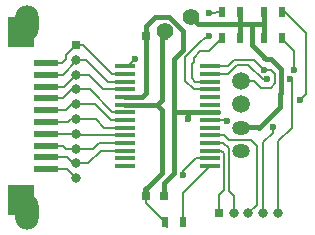
<source format=gbr>
G04 #@! TF.FileFunction,Copper,L1,Top,Signal*
%FSLAX46Y46*%
G04 Gerber Fmt 4.6, Leading zero omitted, Abs format (unit mm)*
G04 Created by KiCad (PCBNEW 4.0.2+dfsg1-stable) date 2018年07月27日 15時19分14秒*
%MOMM*%
G01*
G04 APERTURE LIST*
%ADD10C,0.100000*%
%ADD11O,1.500000X1.200000*%
%ADD12C,1.500000*%
%ADD13R,0.800000X0.750000*%
%ADD14R,0.800000X0.800000*%
%ADD15O,0.800000X0.800000*%
%ADD16R,0.500000X0.900000*%
%ADD17R,1.750000X0.450000*%
%ADD18R,2.200000X2.600000*%
%ADD19R,2.000000X0.600000*%
%ADD20O,2.000000X3.000000*%
%ADD21C,0.600000*%
%ADD22C,1.399540*%
%ADD23C,0.203200*%
%ADD24C,0.127000*%
%ADD25C,0.381000*%
%ADD26C,0.508000*%
G04 APERTURE END LIST*
D10*
D11*
X116085600Y-84244800D03*
X116085600Y-82244800D03*
D12*
X116085600Y-80244800D03*
X116085600Y-78244800D03*
D13*
X109535600Y-74444800D03*
X108035600Y-74444800D03*
X108035600Y-88044800D03*
X109535600Y-88044800D03*
D14*
X102085600Y-75244800D03*
D15*
X102085600Y-76494800D03*
X102085600Y-77744800D03*
X102085600Y-78994800D03*
X102085600Y-80244800D03*
X102085600Y-81494800D03*
X102085600Y-82744800D03*
X102085600Y-83994800D03*
X102085600Y-85244800D03*
X102085600Y-86494800D03*
D14*
X114185600Y-89444800D03*
D15*
X115435600Y-89444800D03*
X116685600Y-89444800D03*
X117935600Y-89444800D03*
X119185600Y-89444800D03*
D16*
X115935600Y-72444800D03*
X114435600Y-72444800D03*
X115935600Y-74644800D03*
X114435600Y-74644800D03*
X118035600Y-72444800D03*
X119535600Y-72444800D03*
X118035600Y-74644800D03*
X119535600Y-74644800D03*
X109635600Y-90244800D03*
X111135600Y-90244800D03*
D17*
X113435600Y-85469800D03*
X113435600Y-84819800D03*
X113435600Y-84169800D03*
X113435600Y-83519800D03*
X113435600Y-82869800D03*
X113435600Y-82219800D03*
X113435600Y-81569800D03*
X113435600Y-80919800D03*
X113435600Y-80269800D03*
X113435600Y-79619800D03*
X113435600Y-78969800D03*
X113435600Y-78319800D03*
X113435600Y-77669800D03*
X113435600Y-77019800D03*
X106235600Y-77019800D03*
X106235600Y-77669800D03*
X106235600Y-78319800D03*
X106235600Y-78969800D03*
X106235600Y-79619800D03*
X106235600Y-80269800D03*
X106235600Y-80919800D03*
X106235600Y-81569800D03*
X106235600Y-82219800D03*
X106235600Y-82869800D03*
X106235600Y-83519800D03*
X106235600Y-84169800D03*
X106235600Y-84819800D03*
X106235600Y-85469800D03*
D18*
X97385600Y-88344800D03*
D19*
X99585600Y-76744800D03*
X99585600Y-77744800D03*
X99585600Y-78744800D03*
X99585600Y-79744800D03*
X99585600Y-80744800D03*
X99585600Y-81744800D03*
X99585600Y-82744800D03*
X99585600Y-83744800D03*
X99585600Y-84744800D03*
X99585600Y-85744800D03*
D18*
X97385600Y-74144800D03*
D20*
X97975600Y-73339800D03*
X97975600Y-89339800D03*
D21*
X120535600Y-77344800D03*
X118035600Y-77344800D03*
X118735600Y-82194800D03*
X114835600Y-81644800D03*
X118235600Y-78144800D03*
X120235600Y-78144800D03*
D22*
X111785600Y-72844800D03*
X109585600Y-74044800D03*
D21*
X111585600Y-81494800D03*
X111185600Y-86244800D03*
X121085600Y-79894800D03*
X107085600Y-76444800D03*
X113335600Y-72494800D03*
X113335600Y-74494800D03*
D23*
X115435600Y-89444800D02*
X115435600Y-88004000D01*
X114558200Y-83519800D02*
X113435600Y-83519800D01*
X115026400Y-83988000D02*
X114558200Y-83519800D01*
X115026400Y-87594800D02*
X115026400Y-83988000D01*
X115435600Y-88004000D02*
X115026400Y-87594800D01*
X113435600Y-82869800D02*
X114610600Y-82869800D01*
X114610600Y-82869800D02*
X115035600Y-83294800D01*
X115035600Y-83294800D02*
X116885600Y-83294800D01*
X116885600Y-83294800D02*
X117385600Y-83794800D01*
X117385600Y-83794800D02*
X117385600Y-88744800D01*
X117385600Y-88744800D02*
X116685600Y-89444800D01*
D24*
X114512600Y-82869800D02*
X113435600Y-82869800D01*
D23*
X99585600Y-77744800D02*
X100949600Y-77744800D01*
X100949600Y-77744800D02*
X102085600Y-76608800D01*
D24*
X102085600Y-76608800D02*
X102085600Y-76494800D01*
D23*
X102935600Y-76494800D02*
X102085600Y-76494800D01*
X106235600Y-78319800D02*
X104760600Y-78319800D01*
X104760600Y-78319800D02*
X102935600Y-76494800D01*
D24*
X102085600Y-78994800D02*
X101731600Y-78994800D01*
D23*
X101731600Y-78994800D02*
X100981600Y-79744800D01*
X100981600Y-79744800D02*
X99585600Y-79744800D01*
X102085600Y-78994800D02*
X103235600Y-78994800D01*
X105160600Y-80919800D02*
X106235600Y-80919800D01*
X103235600Y-78994800D02*
X105160600Y-80919800D01*
X118366500Y-78844800D02*
X118559898Y-78844800D01*
X118619400Y-77344800D02*
X118035600Y-77344800D01*
X118966598Y-77691998D02*
X118619400Y-77344800D01*
X118966598Y-78438100D02*
X118966598Y-77691998D01*
X118559898Y-78844800D02*
X118966598Y-78438100D01*
D24*
X119535600Y-74644800D02*
X119535600Y-74694800D01*
D23*
X119535600Y-74694800D02*
X120535600Y-75694800D01*
X120535600Y-75694800D02*
X120535600Y-77344800D01*
X116085600Y-78244800D02*
X117135600Y-78244800D01*
X117135600Y-78244800D02*
X117735600Y-78844800D01*
X117735600Y-78844800D02*
X118366500Y-78844800D01*
X113435600Y-77019800D02*
X114960600Y-77019800D01*
X114960600Y-77019800D02*
X115485600Y-76494800D01*
X115485600Y-76494800D02*
X117185600Y-76494800D01*
X117185600Y-76494800D02*
X118035600Y-77344800D01*
X113435600Y-84169800D02*
X114395400Y-84169800D01*
X114623198Y-87507202D02*
X114185600Y-87944800D01*
X114623198Y-84397598D02*
X114623198Y-87507202D01*
X114395400Y-84169800D02*
X114623198Y-84397598D01*
X114185600Y-87944800D02*
X114185600Y-89444800D01*
D24*
X114110600Y-84169800D02*
X113435600Y-84169800D01*
D23*
X113435600Y-81569800D02*
X114760600Y-81569800D01*
D24*
X113435600Y-81569800D02*
X114112600Y-81569800D01*
D23*
X117935600Y-89444800D02*
X117935600Y-83444800D01*
X117935600Y-83444800D02*
X118735600Y-82644800D01*
X118735600Y-82644800D02*
X118735600Y-82194800D01*
X114835600Y-81644800D02*
X114760600Y-81569800D01*
X113435600Y-77669800D02*
X114960600Y-77669800D01*
X114960600Y-77669800D02*
X115685600Y-76944800D01*
X115685600Y-76944800D02*
X116685600Y-76944800D01*
X116685600Y-76944800D02*
X117885600Y-78144800D01*
X117885600Y-78144800D02*
X118235600Y-78144800D01*
X120235600Y-78144800D02*
X120335600Y-78244800D01*
X120335600Y-78244800D02*
X120335600Y-82244800D01*
X120335600Y-82244800D02*
X119185600Y-83394800D01*
X119185600Y-83394800D02*
X119185600Y-89444800D01*
D24*
X114112600Y-77669800D02*
X113435600Y-77669800D01*
D25*
X115698188Y-82513332D02*
X115698188Y-82507388D01*
X115701160Y-82510360D02*
X115698188Y-82513332D01*
X118148750Y-76407950D02*
X118609650Y-76407950D01*
X119458700Y-79276300D02*
X119385600Y-79349400D01*
X119458700Y-77257000D02*
X119458700Y-79276300D01*
X118609650Y-76407950D02*
X119458700Y-77257000D01*
X115585600Y-73444800D02*
X112385600Y-73444800D01*
X112385600Y-73444800D02*
X111785600Y-72844800D01*
X116985600Y-73444800D02*
X116985600Y-75244800D01*
X118035600Y-76294800D02*
X118148750Y-76407950D01*
X117985600Y-76244800D02*
X118035600Y-76294800D01*
X119385600Y-79349400D02*
X119385600Y-80444800D01*
X119385600Y-80444800D02*
X117635600Y-82194800D01*
X116985600Y-75244800D02*
X117985600Y-76244800D01*
X115935600Y-74644800D02*
X115935600Y-74394800D01*
X117635600Y-82194800D02*
X116135600Y-82194800D01*
X116135600Y-82194800D02*
X116085600Y-82244800D01*
X106235600Y-80269800D02*
X107735600Y-80269800D01*
X107735600Y-80269800D02*
X108960600Y-80269800D01*
D23*
X108035600Y-88044800D02*
X108035600Y-88644800D01*
X108035600Y-88644800D02*
X109635600Y-90244800D01*
D26*
X108035600Y-88044800D02*
X108035600Y-87394800D01*
D25*
X108035600Y-87394800D02*
X109385600Y-86044800D01*
X109385600Y-86044800D02*
X109385600Y-80694800D01*
X109385600Y-80694800D02*
X108960600Y-80269800D01*
D24*
X109785600Y-90644800D02*
X109635600Y-90244800D01*
D25*
X109535600Y-74444800D02*
X109535600Y-74094800D01*
X109535600Y-74094800D02*
X109585600Y-74044800D01*
X111785600Y-72844800D02*
X112385600Y-73444800D01*
X115985600Y-73444800D02*
X115585600Y-73444800D01*
X117635600Y-82194800D02*
X117585600Y-82244800D01*
X115935600Y-73444800D02*
X115985600Y-73444800D01*
X115985600Y-73444800D02*
X116985600Y-73444800D01*
X116985600Y-73444800D02*
X118035600Y-73444800D01*
X118035600Y-72444800D02*
X118035600Y-73444800D01*
X118035600Y-73444800D02*
X118035600Y-74644800D01*
X115935600Y-72444800D02*
X115935600Y-73444800D01*
X115935600Y-73444800D02*
X115935600Y-74644800D01*
X109385600Y-79844800D02*
X109385600Y-74594800D01*
X108960600Y-80269800D02*
X109385600Y-79844800D01*
X109385600Y-74594800D02*
X109535600Y-74444800D01*
X111585600Y-80919800D02*
X111585600Y-81494800D01*
X110385600Y-76444800D02*
X110385600Y-80844800D01*
X110385600Y-76444800D02*
X111185600Y-75644800D01*
X111185600Y-75644800D02*
X111185600Y-74044800D01*
X111185600Y-74044800D02*
X109985600Y-72844800D01*
X109985600Y-72844800D02*
X108785600Y-72844800D01*
X110385600Y-86044800D02*
X110385600Y-80844800D01*
X110385600Y-80919800D02*
X110385600Y-80844800D01*
X114110600Y-80919800D02*
X113435600Y-80919800D01*
X113435600Y-80919800D02*
X111585600Y-80919800D01*
X111585600Y-80919800D02*
X110385600Y-80919800D01*
X108035600Y-74444800D02*
X108035600Y-79294800D01*
X107710600Y-79619800D02*
X106235600Y-79619800D01*
X108035600Y-79294800D02*
X107710600Y-79619800D01*
X108035600Y-74444800D02*
X108035600Y-73594800D01*
X108785600Y-72844800D02*
X108035600Y-73594800D01*
X109535600Y-88044800D02*
X109535600Y-86894800D01*
X109535600Y-86894800D02*
X110385600Y-86044800D01*
D23*
X99585600Y-76744800D02*
X100933600Y-76744800D01*
X100933600Y-76744800D02*
X101259600Y-76418800D01*
X101259600Y-76418800D02*
X101259600Y-76070800D01*
X101259600Y-76070800D02*
X102085600Y-75244800D01*
X105110600Y-77669800D02*
X106235600Y-77669800D01*
X102085600Y-75244800D02*
X102685600Y-75244800D01*
X102685600Y-75244800D02*
X105110600Y-77669800D01*
D24*
X102085600Y-77744800D02*
X102085600Y-77751800D01*
D23*
X102085600Y-77751800D02*
X101092600Y-78744800D01*
X101092600Y-78744800D02*
X99585600Y-78744800D01*
X104410600Y-78969800D02*
X106235600Y-78969800D01*
X102085600Y-77744800D02*
X103185600Y-77744800D01*
X103185600Y-77744800D02*
X104410600Y-78969800D01*
D24*
X102085600Y-80244800D02*
X101751600Y-80244800D01*
D23*
X101751600Y-80244800D02*
X101251600Y-80744800D01*
X101251600Y-80744800D02*
X99585600Y-80744800D01*
X106235600Y-81569800D02*
X105010600Y-81569800D01*
X103685600Y-80244800D02*
X102085600Y-80244800D01*
X105010600Y-81569800D02*
X103685600Y-80244800D01*
X102085600Y-81494800D02*
X101644600Y-81494800D01*
X101644600Y-81494800D02*
X101394600Y-81744800D01*
X101394600Y-81744800D02*
X99585600Y-81744800D01*
X104460600Y-82219800D02*
X106235600Y-82219800D01*
X102085600Y-81494800D02*
X103735600Y-81494800D01*
X103735600Y-81494800D02*
X104460600Y-82219800D01*
X102085600Y-82744800D02*
X99585600Y-82744800D01*
X106235600Y-82869800D02*
X102210600Y-82869800D01*
D24*
X102210600Y-82869800D02*
X102085600Y-82744800D01*
D23*
X102085600Y-83994800D02*
X101215600Y-83994800D01*
X101215600Y-83994800D02*
X100965600Y-83744800D01*
X100965600Y-83744800D02*
X99585600Y-83744800D01*
X104010600Y-83519800D02*
X106235600Y-83519800D01*
X102085600Y-83994800D02*
X103535600Y-83994800D01*
X103535600Y-83994800D02*
X104010600Y-83519800D01*
D24*
X102085600Y-85244800D02*
X101830600Y-85244800D01*
D23*
X101830600Y-85244800D02*
X101330600Y-84744800D01*
X101330600Y-84744800D02*
X99585600Y-84744800D01*
X106235600Y-84169800D02*
X104160600Y-84169800D01*
X103085600Y-85244800D02*
X102085600Y-85244800D01*
X104160600Y-84169800D02*
X103085600Y-85244800D01*
X113435600Y-84819800D02*
X112260600Y-84819800D01*
X111185600Y-85894800D02*
X111185600Y-86244800D01*
X112260600Y-84819800D02*
X111185600Y-85894800D01*
D24*
X102085600Y-86494800D02*
X102064600Y-86494800D01*
D23*
X102064600Y-86494800D02*
X101314600Y-85744800D01*
X101314600Y-85744800D02*
X99585600Y-85744800D01*
D24*
X113435600Y-84819800D02*
X112610600Y-84819800D01*
X119535600Y-72444800D02*
X119785600Y-72444800D01*
D23*
X119785600Y-72444800D02*
X121585600Y-74244800D01*
X121585600Y-74244800D02*
X121585600Y-79394800D01*
X121585600Y-79394800D02*
X121085600Y-79894800D01*
D24*
X121085600Y-79894800D02*
X121485600Y-79494800D01*
D23*
X107085600Y-76444800D02*
X106510600Y-77019800D01*
D24*
X106510600Y-77019800D02*
X106235600Y-77019800D01*
X106235600Y-77019800D02*
X106060600Y-77019800D01*
D23*
X112335600Y-78969800D02*
X112060600Y-78969800D01*
X113335600Y-72494800D02*
X114435600Y-72444800D01*
X113435600Y-78969800D02*
X112335600Y-78969800D01*
X112060600Y-78969800D02*
X111335600Y-78244800D01*
X111335600Y-78244800D02*
X111335600Y-76244800D01*
X111335600Y-76244800D02*
X112735600Y-74844800D01*
X112735600Y-74844800D02*
X113335600Y-74494800D01*
D24*
X113510600Y-79044800D02*
X113435600Y-78969800D01*
D23*
X111135600Y-90244800D02*
X111135600Y-87769800D01*
X111135600Y-87769800D02*
X113435600Y-85469800D01*
D24*
X112935600Y-85969800D02*
X113435600Y-85469800D01*
D23*
X112035600Y-76694800D02*
X112035600Y-76294800D01*
X112160600Y-78319800D02*
X111885600Y-78044800D01*
X111885600Y-78044800D02*
X111885600Y-76844800D01*
X111885600Y-76844800D02*
X112035600Y-76694800D01*
X113435600Y-78319800D02*
X112160600Y-78319800D01*
X112035600Y-76294800D02*
X112585600Y-75744800D01*
X112585600Y-75744800D02*
X113335600Y-75744800D01*
X113335600Y-75744800D02*
X114435600Y-74644800D01*
D24*
X113560600Y-78444800D02*
X113435600Y-78319800D01*
X112660600Y-78319800D02*
X113435600Y-78319800D01*
X114435600Y-74644800D02*
X114435600Y-74994800D01*
M02*

</source>
